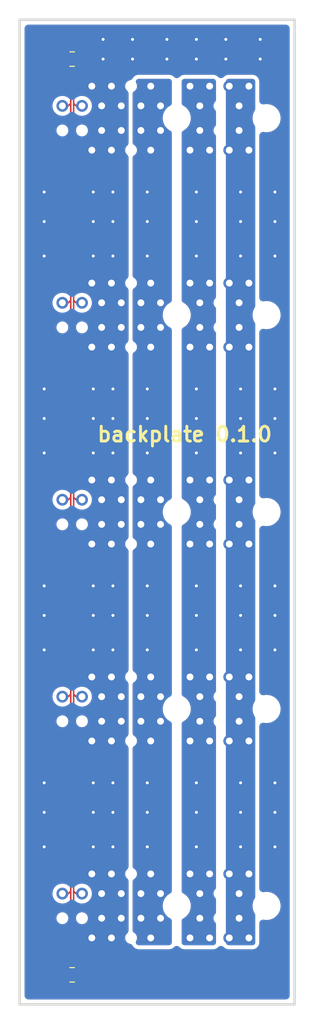
<source format=kicad_pcb>
(kicad_pcb (version 20240108) (generator "pcbnew") (generator_version "8.0")
  (layers (0 "F.Cu" signal) (31 "B.Cu" signal) (34 "B.Paste" user) (35 "F.Paste" user) (36 "B.SilkS" user "B.Silkscreen") (37 "F.SilkS" user "F.Silkscreen") (38 "B.Mask" user) (39 "F.Mask" user) (44 "Edge.Cuts" user))
  (net 0 "")
  (net 1 "+5V")
  (net 2 "GND")
  (net 3 "CANP")
  (net 4 "CANN")
  (net 5 "+7.4V")
  (net 6 "+3.3V")
  (footprint "10018784_10210TLF:AMPHENOL_10018784-10210TLF" (layer "F.Cu") (at 138 140)
    (property "Reference" "J1" (hide yes))
    (property "Value" "10018784-10210TLF" (hide yes))
    (pad "" np_thru_hole circle (at -11.65 1.25) (size 0.3 0.3) (drill 0.7) (layers "F&B.Cu" "*.Mask"))
    (pad "" np_thru_hole circle (at -9.65 1.25) (size 0.3 0.3) (drill 0.7) (layers "F&B.Cu" "*.Mask"))
    (pad "" np_thru_hole circle (at -4.65 -3.25) (size 0.3 0.3) (drill 0.7) (layers "F&B.Cu" "*.Mask"))
    (pad "" np_thru_hole circle (at -4.65 3.25) (size 0.3 0.3) (drill 0.7) (layers "F&B.Cu" "*.Mask"))
    (pad "" np_thru_hole circle (at 0 0) (size 2.35 2.35) (drill 2.35) (layers "*.Cu" "*.Mask"))
    (pad "" np_thru_hole circle (at 4.35 -1.25) (size 0.3 0.3) (drill 0.7) (layers "F&B.Cu" "*.Mask"))
    (pad "" np_thru_hole circle (at 4.35 1.25) (size 0.3 0.3) (drill 0.7) (layers "F&B.Cu" "*.Mask"))
    (pad "" np_thru_hole circle (at 9.15 0) (size 2.35 2.35) (drill 2.35) (layers "*.Cu" "*.Mask"))
    (pad "A1" thru_hole circle (at -11.65 -1.25) (size 1.208 1.208) (drill 0.7) (layers "*.Cu" "*.Mask") (net 3 "CANP"))
    (pad "A3" thru_hole circle (at -9.65 -1.25) (size 1.208 1.208) (drill 0.7) (layers "*.Cu" "*.Mask") (net 4 "CANN"))
    (pad "A4" thru_hole circle (at -8.65 -3.25) (size 1.208 1.208) (drill 0.7) (layers "*.Cu" "*.Mask") (net 2 "GND"))
    (pad "A5" thru_hole circle (at -7.65 -1.25) (size 1.208 1.208) (drill 0.7) (layers "*.Cu" "*.Mask") (net 2 "GND"))
    (pad "A6" thru_hole circle (at -6.65 -3.25) (size 1.208 1.208) (drill 0.7) (layers "*.Cu" "*.Mask") (net 2 "GND"))
    (pad "A7" thru_hole circle (at -5.65 -1.25) (size 1.208 1.208) (drill 0.7) (layers "*.Cu" "*.Mask") (net 2 "GND"))
    (pad "A9" thru_hole circle (at -3.65 -1.25) (size 1.208 1.208) (drill 0.7) (layers "*.Cu" "*.Mask") (net 6 "+3.3V"))
    (pad "A10" thru_hole circle (at -2.65 -3.25) (size 1.208 1.208) (drill 0.7) (layers "*.Cu" "*.Mask") (net 6 "+3.3V"))
    (pad "A11" thru_hole circle (at -1.65 -1.25) (size 1.208 1.208) (drill 0.7) (layers "*.Cu" "*.Mask") (net 6 "+3.3V"))
    (pad "A12" thru_hole circle (at 1.35 -3.25) (size 1.208 1.208) (drill 0.7) (layers "*.Cu" "*.Mask") (net 1 "+5V"))
    (pad "A13" thru_hole circle (at 2.35 -1.25) (size 1.208 1.208) (drill 0.7) (layers "*.Cu" "*.Mask") (net 1 "+5V"))
    (pad "A14" thru_hole circle (at 3.35 -3.25) (size 1.208 1.208) (drill 0.7) (layers "*.Cu" "*.Mask") (net 1 "+5V"))
    (pad "A16" thru_hole circle (at 5.35 -3.25) (size 1.208 1.208) (drill 0.7) (layers "*.Cu" "*.Mask") (net 5 "+7.4V"))
    (pad "A17" thru_hole circle (at 6.35 -1.25) (size 1.208 1.208) (drill 0.7) (layers "*.Cu" "*.Mask") (net 5 "+7.4V"))
    (pad "A18" thru_hole circle (at 7.35 -3.25) (size 1.208 1.208) (drill 0.7) (layers "*.Cu" "*.Mask") (net 5 "+7.4V"))
    (pad "B4" thru_hole circle (at -8.65 3.25) (size 1.208 1.208) (drill 0.7) (layers "*.Cu" "*.Mask") (net 2 "GND"))
    (pad "B5" thru_hole circle (at -7.65 1.25) (size 1.208 1.208) (drill 0.7) (layers "*.Cu" "*.Mask") (net 2 "GND"))
    (pad "B6" thru_hole circle (at -6.65 3.25) (size 1.208 1.208) (drill 0.7) (layers "*.Cu" "*.Mask") (net 2 "GND"))
    (pad "B7" thru_hole circle (at -5.65 1.25) (size 1.208 1.208) (drill 0.7) (layers "*.Cu" "*.Mask") (net 2 "GND"))
    (pad "B9" thru_hole circle (at -3.65 1.25) (size 1.208 1.208) (drill 0.7) (layers "*.Cu" "*.Mask") (net 6 "+3.3V"))
    (pad "B10" thru_hole circle (at -2.65 3.25) (size 1.208 1.208) (drill 0.7) (layers "*.Cu" "*.Mask") (net 6 "+3.3V"))
    (pad "B11" thru_hole circle (at -1.65 1.25) (size 1.208 1.208) (drill 0.7) (layers "*.Cu" "*.Mask") (net 6 "+3.3V"))
    (pad "B12" thru_hole circle (at 1.35 3.25) (size 1.208 1.208) (drill 0.7) (layers "*.Cu" "*.Mask") (net 1 "+5V"))
    (pad "B13" thru_hole circle (at 2.35 1.25) (size 1.208 1.208) (drill 0.7) (layers "*.Cu" "*.Mask") (net 1 "+5V"))
    (pad "B14" thru_hole circle (at 3.35 3.25) (size 1.208 1.208) (drill 0.7) (layers "*.Cu" "*.Mask") (net 1 "+5V"))
    (pad "B16" thru_hole circle (at 5.35 3.25) (size 1.208 1.208) (drill 0.7) (layers "*.Cu" "*.Mask") (net 5 "+7.4V"))
    (pad "B17" thru_hole circle (at 6.35 1.25) (size 1.208 1.208) (drill 0.7) (layers "*.Cu" "*.Mask") (net 5 "+7.4V"))
    (pad "B18" thru_hole circle (at 7.35 3.25) (size 1.208 1.208) (drill 0.7) (layers "*.Cu" "*.Mask") (net 5 "+7.4V"))
  )
  (footprint "10018784_10210TLF:AMPHENOL_10018784-10210TLF" (layer "F.Cu") (at 138 60)
    (property "Reference" "J1" (hide yes))
    (property "Value" "10018784-10210TLF" (hide yes))
    (pad "" np_thru_hole circle (at -11.65 1.25) (size 0.3 0.3) (drill 0.7) (layers "F&B.Cu" "*.Mask"))
    (pad "" np_thru_hole circle (at -9.65 1.25) (size 0.3 0.3) (drill 0.7) (layers "F&B.Cu" "*.Mask"))
    (pad "" np_thru_hole circle (at -4.65 -3.25) (size 0.3 0.3) (drill 0.7) (layers "F&B.Cu" "*.Mask"))
    (pad "" np_thru_hole circle (at -4.65 3.25) (size 0.3 0.3) (drill 0.7) (layers "F&B.Cu" "*.Mask"))
    (pad "" np_thru_hole circle (at 0 0) (size 2.35 2.35) (drill 2.35) (layers "*.Cu" "*.Mask"))
    (pad "" np_thru_hole circle (at 4.35 -1.25) (size 0.3 0.3) (drill 0.7) (layers "F&B.Cu" "*.Mask"))
    (pad "" np_thru_hole circle (at 4.35 1.25) (size 0.3 0.3) (drill 0.7) (layers "F&B.Cu" "*.Mask"))
    (pad "" np_thru_hole circle (at 9.15 0) (size 2.35 2.35) (drill 2.35) (layers "*.Cu" "*.Mask"))
    (pad "A1" thru_hole circle (at -11.65 -1.25) (size 1.208 1.208) (drill 0.7) (layers "*.Cu" "*.Mask") (net 3 "CANP"))
    (pad "A3" thru_hole circle (at -9.65 -1.25) (size 1.208 1.208) (drill 0.7) (layers "*.Cu" "*.Mask") (net 4 "CANN"))
    (pad "A4" thru_hole circle (at -8.65 -3.25) (size 1.208 1.208) (drill 0.7) (layers "*.Cu" "*.Mask") (net 2 "GND"))
    (pad "A5" thru_hole circle (at -7.65 -1.25) (size 1.208 1.208) (drill 0.7) (layers "*.Cu" "*.Mask") (net 2 "GND"))
    (pad "A6" thru_hole circle (at -6.65 -3.25) (size 1.208 1.208) (drill 0.7) (layers "*.Cu" "*.Mask") (net 2 "GND"))
    (pad "A7" thru_hole circle (at -5.65 -1.25) (size 1.208 1.208) (drill 0.7) (layers "*.Cu" "*.Mask") (net 2 "GND"))
    (pad "A9" thru_hole circle (at -3.65 -1.25) (size 1.208 1.208) (drill 0.7) (layers "*.Cu" "*.Mask") (net 6 "+3.3V"))
    (pad "A10" thru_hole circle (at -2.65 -3.25) (size 1.208 1.208) (drill 0.7) (layers "*.Cu" "*.Mask") (net 6 "+3.3V"))
    (pad "A11" thru_hole circle (at -1.65 -1.25) (size 1.208 1.208) (drill 0.7) (layers "*.Cu" "*.Mask") (net 6 "+3.3V"))
    (pad "A12" thru_hole circle (at 1.35 -3.25) (size 1.208 1.208) (drill 0.7) (layers "*.Cu" "*.Mask") (net 1 "+5V"))
    (pad "A13" thru_hole circle (at 2.35 -1.25) (size 1.208 1.208) (drill 0.7) (layers "*.Cu" "*.Mask") (net 1 "+5V"))
    (pad "A14" thru_hole circle (at 3.35 -3.25) (size 1.208 1.208) (drill 0.7) (layers "*.Cu" "*.Mask") (net 1 "+5V"))
    (pad "A16" thru_hole circle (at 5.35 -3.25) (size 1.208 1.208) (drill 0.7) (layers "*.Cu" "*.Mask") (net 5 "+7.4V"))
    (pad "A17" thru_hole circle (at 6.35 -1.25) (size 1.208 1.208) (drill 0.7) (layers "*.Cu" "*.Mask") (net 5 "+7.4V"))
    (pad "A18" thru_hole circle (at 7.35 -3.25) (size 1.208 1.208) (drill 0.7) (layers "*.Cu" "*.Mask") (net 5 "+7.4V"))
    (pad "B4" thru_hole circle (at -8.65 3.25) (size 1.208 1.208) (drill 0.7) (layers "*.Cu" "*.Mask") (net 2 "GND"))
    (pad "B5" thru_hole circle (at -7.65 1.25) (size 1.208 1.208) (drill 0.7) (layers "*.Cu" "*.Mask") (net 2 "GND"))
    (pad "B6" thru_hole circle (at -6.65 3.25) (size 1.208 1.208) (drill 0.7) (layers "*.Cu" "*.Mask") (net 2 "GND"))
    (pad "B7" thru_hole circle (at -5.65 1.25) (size 1.208 1.208) (drill 0.7) (layers "*.Cu" "*.Mask") (net 2 "GND"))
    (pad "B9" thru_hole circle (at -3.65 1.25) (size 1.208 1.208) (drill 0.7) (layers "*.Cu" "*.Mask") (net 6 "+3.3V"))
    (pad "B10" thru_hole circle (at -2.65 3.25) (size 1.208 1.208) (drill 0.7) (layers "*.Cu" "*.Mask") (net 6 "+3.3V"))
    (pad "B11" thru_hole circle (at -1.65 1.25) (size 1.208 1.208) (drill 0.7) (layers "*.Cu" "*.Mask") (net 6 "+3.3V"))
    (pad "B12" thru_hole circle (at 1.35 3.25) (size 1.208 1.208) (drill 0.7) (layers "*.Cu" "*.Mask") (net 1 "+5V"))
    (pad "B13" thru_hole circle (at 2.35 1.25) (size 1.208 1.208) (drill 0.7) (layers "*.Cu" "*.Mask") (net 1 "+5V"))
    (pad "B14" thru_hole circle (at 3.35 3.25) (size 1.208 1.208) (drill 0.7) (layers "*.Cu" "*.Mask") (net 1 "+5V"))
    (pad "B16" thru_hole circle (at 5.35 3.25) (size 1.208 1.208) (drill 0.7) (layers "*.Cu" "*.Mask") (net 5 "+7.4V"))
    (pad "B17" thru_hole circle (at 6.35 1.25) (size 1.208 1.208) (drill 0.7) (layers "*.Cu" "*.Mask") (net 5 "+7.4V"))
    (pad "B18" thru_hole circle (at 7.35 3.25) (size 1.208 1.208) (drill 0.7) (layers "*.Cu" "*.Mask") (net 5 "+7.4V"))
  )
  (footprint "10018784_10210TLF:AMPHENOL_10018784-10210TLF" (layer "F.Cu") (at 138 80)
    (property "Reference" "J1" (hide yes))
    (property "Value" "10018784-10210TLF" (hide yes))
    (pad "" np_thru_hole circle (at -11.65 1.25) (size 0.3 0.3) (drill 0.7) (layers "F&B.Cu" "*.Mask"))
    (pad "" np_thru_hole circle (at -9.65 1.25) (size 0.3 0.3) (drill 0.7) (layers "F&B.Cu" "*.Mask"))
    (pad "" np_thru_hole circle (at -4.65 -3.25) (size 0.3 0.3) (drill 0.7) (layers "F&B.Cu" "*.Mask"))
    (pad "" np_thru_hole circle (at -4.65 3.25) (size 0.3 0.3) (drill 0.7) (layers "F&B.Cu" "*.Mask"))
    (pad "" np_thru_hole circle (at 0 0) (size 2.35 2.35) (drill 2.35) (layers "*.Cu" "*.Mask"))
    (pad "" np_thru_hole circle (at 4.35 -1.25) (size 0.3 0.3) (drill 0.7) (layers "F&B.Cu" "*.Mask"))
    (pad "" np_thru_hole circle (at 4.35 1.25) (size 0.3 0.3) (drill 0.7) (layers "F&B.Cu" "*.Mask"))
    (pad "" np_thru_hole circle (at 9.15 0) (size 2.35 2.35) (drill 2.35) (layers "*.Cu" "*.Mask"))
    (pad "A1" thru_hole circle (at -11.65 -1.25) (size 1.208 1.208) (drill 0.7) (layers "*.Cu" "*.Mask") (net 3 "CANP"))
    (pad "A3" thru_hole circle (at -9.65 -1.25) (size 1.208 1.208) (drill 0.7) (layers "*.Cu" "*.Mask") (net 4 "CANN"))
    (pad "A4" thru_hole circle (at -8.65 -3.25) (size 1.208 1.208) (drill 0.7) (layers "*.Cu" "*.Mask") (net 2 "GND"))
    (pad "A5" thru_hole circle (at -7.65 -1.25) (size 1.208 1.208) (drill 0.7) (layers "*.Cu" "*.Mask") (net 2 "GND"))
    (pad "A6" thru_hole circle (at -6.65 -3.25) (size 1.208 1.208) (drill 0.7) (layers "*.Cu" "*.Mask") (net 2 "GND"))
    (pad "A7" thru_hole circle (at -5.65 -1.25) (size 1.208 1.208) (drill 0.7) (layers "*.Cu" "*.Mask") (net 2 "GND"))
    (pad "A9" thru_hole circle (at -3.65 -1.25) (size 1.208 1.208) (drill 0.7) (layers "*.Cu" "*.Mask") (net 6 "+3.3V"))
    (pad "A10" thru_hole circle (at -2.65 -3.25) (size 1.208 1.208) (drill 0.7) (layers "*.Cu" "*.Mask") (net 6 "+3.3V"))
    (pad "A11" thru_hole circle (at -1.65 -1.25) (size 1.208 1.208) (drill 0.7) (layers "*.Cu" "*.Mask") (net 6 "+3.3V"))
    (pad "A12" thru_hole circle (at 1.35 -3.25) (size 1.208 1.208) (drill 0.7) (layers "*.Cu" "*.Mask") (net 1 "+5V"))
    (pad "A13" thru_hole circle (at 2.35 -1.25) (size 1.208 1.208) (drill 0.7) (layers "*.Cu" "*.Mask") (net 1 "+5V"))
    (pad "A14" thru_hole circle (at 3.35 -3.25) (size 1.208 1.208) (drill 0.7) (layers "*.Cu" "*.Mask") (net 1 "+5V"))
    (pad "A16" thru_hole circle (at 5.35 -3.25) (size 1.208 1.208) (drill 0.7) (layers "*.Cu" "*.Mask") (net 5 "+7.4V"))
    (pad "A17" thru_hole circle (at 6.35 -1.25) (size 1.208 1.208) (drill 0.7) (layers "*.Cu" "*.Mask") (net 5 "+7.4V"))
    (pad "A18" thru_hole circle (at 7.35 -3.25) (size 1.208 1.208) (drill 0.7) (layers "*.Cu" "*.Mask") (net 5 "+7.4V"))
    (pad "B4" thru_hole circle (at -8.65 3.25) (size 1.208 1.208) (drill 0.7) (layers "*.Cu" "*.Mask") (net 2 "GND"))
    (pad "B5" thru_hole circle (at -7.65 1.25) (size 1.208 1.208) (drill 0.7) (layers "*.Cu" "*.Mask") (net 2 "GND"))
    (pad "B6" thru_hole circle (at -6.65 3.25) (size 1.208 1.208) (drill 0.7) (layers "*.Cu" "*.Mask") (net 2 "GND"))
    (pad "B7" thru_hole circle (at -5.65 1.25) (size 1.208 1.208) (drill 0.7) (layers "*.Cu" "*.Mask") (net 2 "GND"))
    (pad "B9" thru_hole circle (at -3.65 1.25) (size 1.208 1.208) (drill 0.7) (layers "*.Cu" "*.Mask") (net 6 "+3.3V"))
    (pad "B10" thru_hole circle (at -2.65 3.25) (size 1.208 1.208) (drill 0.7) (layers "*.Cu" "*.Mask") (net 6 "+3.3V"))
    (pad "B11" thru_hole circle (at -1.65 1.25) (size 1.208 1.208) (drill 0.7) (layers "*.Cu" "*.Mask") (net 6 "+3.3V"))
    (pad "B12" thru_hole circle (at 1.35 3.25) (size 1.208 1.208) (drill 0.7) (layers "*.Cu" "*.Mask") (net 1 "+5V"))
    (pad "B13" thru_hole circle (at 2.35 1.25) (size 1.208 1.208) (drill 0.7) (layers "*.Cu" "*.Mask") (net 1 "+5V"))
    (pad "B14" thru_hole circle (at 3.35 3.25) (size 1.208 1.208) (drill 0.7) (layers "*.Cu" "*.Mask") (net 1 "+5V"))
    (pad "B16" thru_hole circle (at 5.35 3.25) (size 1.208 1.208) (drill 0.7) (layers "*.Cu" "*.Mask") (net 5 "+7.4V"))
    (pad "B17" thru_hole circle (at 6.35 1.25) (size 1.208 1.208) (drill 0.7) (layers "*.Cu" "*.Mask") (net 5 "+7.4V"))
    (pad "B18" thru_hole circle (at 7.35 3.25) (size 1.208 1.208) (drill 0.7) (layers "*.Cu" "*.Mask") (net 5 "+7.4V"))
  )
  (footprint "Resistor_SMD:R_0805_2012Metric" (layer "F.Cu") (at 127.35 147)
    (property "Reference" "R2" (hide yes))
    (property "Value" "120" (hide yes))
    (fp_line (start -0.227064 -0.735) (end 0.227064 -0.735) (stroke (width 0.12)) (layer "F.SilkS"))
    (fp_line (start -0.227064 0.735) (end 0.227064 0.735) (stroke (width 0.12)) (layer "F.SilkS"))
    (pad "1" smd roundrect (at -0.9125 0) (size 1.025 1.4) (layers "F.Cu" "F.Paste" "F.Mask") (roundrect_rratio 0.243902) (net 3 "CANP"))
    (pad "2" smd roundrect (at 0.9125 0) (size 1.025 1.4) (layers "F.Cu" "F.Paste" "F.Mask") (roundrect_rratio 0.243902) (net 4 "CANN"))
  )
  (footprint "10018784_10210TLF:AMPHENOL_10018784-10210TLF" (layer "F.Cu") (at 138 120)
    (property "Reference" "J1" (hide yes))
    (property "Value" "10018784-10210TLF" (hide yes))
    (pad "" np_thru_hole circle (at -11.65 1.25) (size 0.3 0.3) (drill 0.7) (layers "F&B.Cu" "*.Mask"))
    (pad "" np_thru_hole circle (at -9.65 1.25) (size 0.3 0.3) (drill 0.7) (layers "F&B.Cu" "*.Mask"))
    (pad "" np_thru_hole circle (at -4.65 -3.25) (size 0.3 0.3) (drill 0.7) (layers "F&B.Cu" "*.Mask"))
    (pad "" np_thru_hole circle (at -4.65 3.25) (size 0.3 0.3) (drill 0.7) (layers "F&B.Cu" "*.Mask"))
    (pad "" np_thru_hole circle (at 0 0) (size 2.35 2.35) (drill 2.35) (layers "*.Cu" "*.Mask"))
    (pad "" np_thru_hole circle (at 4.35 -1.25) (size 0.3 0.3) (drill 0.7) (layers "F&B.Cu" "*.Mask"))
    (pad "" np_thru_hole circle (at 4.35 1.25) (size 0.3 0.3) (drill 0.7) (layers "F&B.Cu" "*.Mask"))
    (pad "" np_thru_hole circle (at 9.15 0) (size 2.35 2.35) (drill 2.35) (layers "*.Cu" "*.Mask"))
    (pad "A1" thru_hole circle (at -11.65 -1.25) (size 1.208 1.208) (drill 0.7) (layers "*.Cu" "*.Mask") (net 3 "CANP"))
    (pad "A3" thru_hole circle (at -9.65 -1.25) (size 1.208 1.208) (drill 0.7) (layers "*.Cu" "*.Mask") (net 4 "CANN"))
    (pad "A4" thru_hole circle (at -8.65 -3.25) (size 1.208 1.208) (drill 0.7) (layers "*.Cu" "*.Mask") (net 2 "GND"))
    (pad "A5" thru_hole circle (at -7.65 -1.25) (size 1.208 1.208) (drill 0.7) (layers "*.Cu" "*.Mask") (net 2 "GND"))
    (pad "A6" thru_hole circle (at -6.65 -3.25) (size 1.208 1.208) (drill 0.7) (layers "*.Cu" "*.Mask") (net 2 "GND"))
    (pad "A7" thru_hole circle (at -5.65 -1.25) (size 1.208 1.208) (drill 0.7) (layers "*.Cu" "*.Mask") (net 2 "GND"))
    (pad "A9" thru_hole circle (at -3.65 -1.25) (size 1.208 1.208) (drill 0.7) (layers "*.Cu" "*.Mask") (net 6 "+3.3V"))
    (pad "A10" thru_hole circle (at -2.65 -3.25) (size 1.208 1.208) (drill 0.7) (layers "*.Cu" "*.Mask") (net 6 "+3.3V"))
    (pad "A11" thru_hole circle (at -1.65 -1.25) (size 1.208 1.208) (drill 0.7) (layers "*.Cu" "*.Mask") (net 6 "+3.3V"))
    (pad "A12" thru_hole circle (at 1.35 -3.25) (size 1.208 1.208) (drill 0.7) (layers "*.Cu" "*.Mask") (net 1 "+5V"))
    (pad "A13" thru_hole circle (at 2.35 -1.25) (size 1.208 1.208) (drill 0.7) (layers "*.Cu" "*.Mask") (net 1 "+5V"))
    (pad "A14" thru_hole circle (at 3.35 -3.25) (size 1.208 1.208) (drill 0.7) (layers "*.Cu" "*.Mask") (net 1 "+5V"))
    (pad "A16" thru_hole circle (at 5.35 -3.25) (size 1.208 1.208) (drill 0.7) (layers "*.Cu" "*.Mask") (net 5 "+7.4V"))
    (pad "A17" thru_hole circle (at 6.35 -1.25) (size 1.208 1.208) (drill 0.7) (layers "*.Cu" "*.Mask") (net 5 "+7.4V"))
    (pad "A18" thru_hole circle (at 7.35 -3.25) (size 1.208 1.208) (drill 0.7) (layers "*.Cu" "*.Mask") (net 5 "+7.4V"))
    (pad "B4" thru_hole circle (at -8.65 3.25) (size 1.208 1.208) (drill 0.7) (layers "*.Cu" "*.Mask") (net 2 "GND"))
    (pad "B5" thru_hole circle (at -7.65 1.25) (size 1.208 1.208) (drill 0.7) (layers "*.Cu" "*.Mask") (net 2 "GND"))
    (pad "B6" thru_hole circle (at -6.65 3.25) (size 1.208 1.208) (drill 0.7) (layers "*.Cu" "*.Mask") (net 2 "GND"))
    (pad "B7" thru_hole circle (at -5.65 1.25) (size 1.208 1.208) (drill 0.7) (layers "*.Cu" "*.Mask") (net 2 "GND"))
    (pad "B9" thru_hole circle (at -3.65 1.25) (size 1.208 1.208) (drill 0.7) (layers "*.Cu" "*.Mask") (net 6 "+3.3V"))
    (pad "B10" thru_hole circle (at -2.65 3.25) (size 1.208 1.208) (drill 0.7) (layers "*.Cu" "*.Mask") (net 6 "+3.3V"))
    (pad "B11" thru_hole circle (at -1.65 1.25) (size 1.208 1.208) (drill 0.7) (layers "*.Cu" "*.Mask") (net 6 "+3.3V"))
    (pad "B12" thru_hole circle (at 1.35 3.25) (size 1.208 1.208) (drill 0.7) (layers "*.Cu" "*.Mask") (net 1 "+5V"))
    (pad "B13" thru_hole circle (at 2.35 1.25) (size 1.208 1.208) (drill 0.7) (layers "*.Cu" "*.Mask") (net 1 "+5V"))
    (pad "B14" thru_hole circle (at 3.35 3.25) (size 1.208 1.208) (drill 0.7) (layers "*.Cu" "*.Mask") (net 1 "+5V"))
    (pad "B16" thru_hole circle (at 5.35 3.25) (size 1.208 1.208) (drill 0.7) (layers "*.Cu" "*.Mask") (net 5 "+7.4V"))
    (pad "B17" thru_hole circle (at 6.35 1.25) (size 1.208 1.208) (drill 0.7) (layers "*.Cu" "*.Mask") (net 5 "+7.4V"))
    (pad "B18" thru_hole circle (at 7.35 3.25) (size 1.208 1.208) (drill 0.7) (layers "*.Cu" "*.Mask") (net 5 "+7.4V"))
  )
  (footprint "10018784_10210TLF:AMPHENOL_10018784-10210TLF" (layer "F.Cu") (at 138 100)
    (property "Reference" "J1" (hide yes))
    (property "Value" "10018784-10210TLF" (hide yes))
    (pad "" np_thru_hole circle (at -11.65 1.25) (size 0.3 0.3) (drill 0.7) (layers "F&B.Cu" "*.Mask"))
    (pad "" np_thru_hole circle (at -9.65 1.25) (size 0.3 0.3) (drill 0.7) (layers "F&B.Cu" "*.Mask"))
    (pad "" np_thru_hole circle (at -4.65 -3.25) (size 0.3 0.3) (drill 0.7) (layers "F&B.Cu" "*.Mask"))
    (pad "" np_thru_hole circle (at -4.65 3.25) (size 0.3 0.3) (drill 0.7) (layers "F&B.Cu" "*.Mask"))
    (pad "" np_thru_hole circle (at 0 0) (size 2.35 2.35) (drill 2.35) (layers "*.Cu" "*.Mask"))
    (pad "" np_thru_hole circle (at 4.35 -1.25) (size 0.3 0.3) (drill 0.7) (layers "F&B.Cu" "*.Mask"))
    (pad "" np_thru_hole circle (at 4.35 1.25) (size 0.3 0.3) (drill 0.7) (layers "F&B.Cu" "*.Mask"))
    (pad "" np_thru_hole circle (at 9.15 0) (size 2.35 2.35) (drill 2.35) (layers "*.Cu" "*.Mask"))
    (pad "A1" thru_hole circle (at -11.65 -1.25) (size 1.208 1.208) (drill 0.7) (layers "*.Cu" "*.Mask") (net 3 "CANP"))
    (pad "A3" thru_hole circle (at -9.65 -1.25) (size 1.208 1.208) (drill 0.7) (layers "*.Cu" "*.Mask") (net 4 "CANN"))
    (pad "A4" thru_hole circle (at -8.65 -3.25) (size 1.208 1.208) (drill 0.7) (layers "*.Cu" "*.Mask") (net 2 "GND"))
    (pad "A5" thru_hole circle (at -7.65 -1.25) (size 1.208 1.208) (drill 0.7) (layers "*.Cu" "*.Mask") (net 2 "GND"))
    (pad "A6" thru_hole circle (at -6.65 -3.25) (size 1.208 1.208) (drill 0.7) (layers "*.Cu" "*.Mask") (net 2 "GND"))
    (pad "A7" thru_hole circle (at -5.65 -1.25) (size 1.208 1.208) (drill 0.7) (layers "*.Cu" "*.Mask") (net 2 "GND"))
    (pad "A9" thru_hole circle (at -3.65 -1.25) (size 1.208 1.208) (drill 0.7) (layers "*.Cu" "*.Mask") (net 6 "+3.3V"))
    (pad "A10" thru_hole circle (at -2.65 -3.25) (size 1.208 1.208) (drill 0.7) (layers "*.Cu" "*.Mask") (net 6 "+3.3V"))
    (pad "A11" thru_hole circle (at -1.65 -1.25) (size 1.208 1.208) (drill 0.7) (layers "*.Cu" "*.Mask") (net 6 "+3.3V"))
    (pad "A12" thru_hole circle (at 1.35 -3.25) (size 1.208 1.208) (drill 0.7) (layers "*.Cu" "*.Mask") (net 1 "+5V"))
    (pad "A13" thru_hole circle (at 2.35 -1.25) (size 1.208 1.208) (drill 0.7) (layers "*.Cu" "*.Mask") (net 1 "+5V"))
    (pad "A14" thru_hole circle (at 3.35 -3.25) (size 1.208 1.208) (drill 0.7) (layers "*.Cu" "*.Mask") (net 1 "+5V"))
    (pad "A16" thru_hole circle (at 5.35 -3.25) (size 1.208 1.208) (drill 0.7) (layers "*.Cu" "*.Mask") (net 5 "+7.4V"))
    (pad "A17" thru_hole circle (at 6.35 -1.25) (size 1.208 1.208) (drill 0.7) (layers "*.Cu" "*.Mask") (net 5 "+7.4V"))
    (pad "A18" thru_hole circle (at 7.35 -3.25) (size 1.208 1.208) (drill 0.7) (layers "*.Cu" "*.Mask") (net 5 "+7.4V"))
    (pad "B4" thru_hole circle (at -8.65 3.25) (size 1.208 1.208) (drill 0.7) (layers "*.Cu" "*.Mask") (net 2 "GND"))
    (pad "B5" thru_hole circle (at -7.65 1.25) (size 1.208 1.208) (drill 0.7) (layers "*.Cu" "*.Mask") (net 2 "GND"))
    (pad "B6" thru_hole circle (at -6.65 3.25) (size 1.208 1.208) (drill 0.7) (layers "*.Cu" "*.Mask") (net 2 "GND"))
    (pad "B7" thru_hole circle (at -5.65 1.25) (size 1.208 1.208) (drill 0.7) (layers "*.Cu" "*.Mask") (net 2 "GND"))
    (pad "B9" thru_hole circle (at -3.65 1.25) (size 1.208 1.208) (drill 0.7) (layers "*.Cu" "*.Mask") (net 6 "+3.3V"))
    (pad "B10" thru_hole circle (at -2.65 3.25) (size 1.208 1.208) (drill 0.7) (layers "*.Cu" "*.Mask") (net 6 "+3.3V"))
    (pad "B11" thru_hole circle (at -1.65 1.25) (size 1.208 1.208) (drill 0.7) (layers "*.Cu" "*.Mask") (net 6 "+3.3V"))
    (pad "B12" thru_hole circle (at 1.35 3.25) (size 1.208 1.208) (drill 0.7) (layers "*.Cu" "*.Mask") (net 1 "+5V"))
    (pad "B13" thru_hole circle (at 2.35 1.25) (size 1.208 1.208) (drill 0.7) (layers "*.Cu" "*.Mask") (net 1 "+5V"))
    (pad "B14" thru_hole circle (at 3.35 3.25) (size 1.208 1.208) (drill 0.7) (layers "*.Cu" "*.Mask") (net 1 "+5V"))
    (pad "B16" thru_hole circle (at 5.35 3.25) (size 1.208 1.208) (drill 0.7) (layers "*.Cu" "*.Mask") (net 5 "+7.4V"))
    (pad "B17" thru_hole circle (at 6.35 1.25) (size 1.208 1.208) (drill 0.7) (layers "*.Cu" "*.Mask") (net 5 "+7.4V"))
    (pad "B18" thru_hole circle (at 7.35 3.25) (size 1.208 1.208) (drill 0.7) (layers "*.Cu" "*.Mask") (net 5 "+7.4V"))
  )
  (footprint "Resistor_SMD:R_0805_2012Metric" (layer "F.Cu") (at 127.35 54)
    (property "Reference" "R1" (hide yes))
    (property "Value" "120" (hide yes))
    (fp_line (start -0.227064 -0.735) (end 0.227064 -0.735) (stroke (width 0.12)) (layer "F.SilkS"))
    (fp_line (start -0.227064 0.735) (end 0.227064 0.735) (stroke (width 0.12)) (layer "F.SilkS"))
    (pad "1" smd roundrect (at -0.9125 0) (size 1.025 1.4) (layers "F.Cu" "F.Paste" "F.Mask") (roundrect_rratio 0.243902) (net 3 "CANP"))
    (pad "2" smd roundrect (at 0.9125 0) (size 1.025 1.4) (layers "F.Cu" "F.Paste" "F.Mask") (roundrect_rratio 0.243902) (net 4 "CANN"))
  )
  (gr_line (start 122 50) (end 150 50) (stroke (width 0.25)) (layer "Edge.Cuts"))
  (gr_line (start 122 150) (end 122 50) (stroke (width 0.25)) (layer "Edge.Cuts"))
  (gr_line (start 150 150) (end 150 50) (stroke (width 0.25)) (layer "Edge.Cuts"))
  (gr_line (start 122 150) (end 150 150) (stroke (width 0.25)) (layer "Edge.Cuts"))
  (gr_text "backplate 0.1.0" (at 129.757105 92.989552 0) (layer "F.SilkS") (effects (font (size 1.5 1.5) (thickness 0.3) (bold yes)) (justify left bottom)))
  (via (at 140 67.5) (size 0.4) (drill 0.3) (layers "F.Cu" "B.Cu") (net 1))
  (via (at 140 130.5) (size 0.4) (drill 0.3) (layers "F.Cu" "B.Cu") (net 1))
  (via (at 140 70.5) (size 0.4) (drill 0.3) (layers "F.Cu" "B.Cu") (net 1))
  (via (at 140 134) (size 0.4) (drill 0.3) (layers "F.Cu" "B.Cu") (net 1))
  (via (at 140 114) (size 0.4) (drill 0.3) (layers "F.Cu" "B.Cu") (net 1))
  (via (at 140 87.5) (size 0.4) (drill 0.3) (layers "F.Cu" "B.Cu") (net 1))
  (via (at 140 94) (size 0.4) (drill 0.3) (layers "F.Cu" "B.Cu") (net 1))
  (via (at 140 110.5) (size 0.4) (drill 0.3) (layers "F.Cu" "B.Cu") (net 1))
  (via (at 140 107.5) (size 0.4) (drill 0.3) (layers "F.Cu" "B.Cu") (net 1))
  (via (at 140 90.5) (size 0.4) (drill 0.3) (layers "F.Cu" "B.Cu") (net 1))
  (via (at 140 74) (size 0.4) (drill 0.3) (layers "F.Cu" "B.Cu") (net 1))
  (via (at 140 127.5) (size 0.4) (drill 0.3) (layers "F.Cu" "B.Cu") (net 1))
  (via (at 137 54) (size 0.4) (drill 0.3) (layers "F.Cu" "B.Cu") (net 2))
  (via (at 143 52) (size 0.4) (drill 0.3) (layers "F.Cu" "B.Cu") (net 2))
  (via (at 129.5 74) (size 0.4) (drill 0.3) (layers "F.Cu" "B.Cu") (net 2))
  (via (at 129.5 67.5) (size 0.4) (drill 0.3) (layers "F.Cu" "B.Cu") (net 2))
  (via (at 131.5 130.5) (size 0.4) (drill 0.3) (layers "F.Cu" "B.Cu") (net 2))
  (via (at 148 130.5) (size 0.4) (drill 0.3) (layers "F.Cu" "B.Cu") (net 2))
  (via (at 131.5 127.5) (size 0.4) (drill 0.3) (layers "F.Cu" "B.Cu") (net 2))
  (via (at 124.5 130.5) (size 0.4) (drill 0.3) (layers "F.Cu" "B.Cu") (net 2))
  (via (at 148 70.5) (size 0.4) (drill 0.3) (layers "F.Cu" "B.Cu") (net 2))
  (via (at 124.5 74) (size 0.4) (drill 0.3) (layers "F.Cu" "B.Cu") (net 2))
  (via (at 148 90.5) (size 0.4) (drill 0.3) (layers "F.Cu" "B.Cu") (net 2))
  (via (at 131.5 134) (size 0.4) (drill 0.3) (layers "F.Cu" "B.Cu") (net 2))
  (via (at 133.5 52) (size 0.4) (drill 0.3) (layers "F.Cu" "B.Cu") (net 2))
  (via (at 148 74) (size 0.4) (drill 0.3) (layers "F.Cu" "B.Cu") (net 2))
  (via (at 124.5 70.5) (size 0.4) (drill 0.3) (layers "F.Cu" "B.Cu") (net 2))
  (via (at 131.5 74) (size 0.4) (drill 0.3) (layers "F.Cu" "B.Cu") (net 2))
  (via (at 148 110.5) (size 0.4) (drill 0.3) (layers "F.Cu" "B.Cu") (net 2))
  (via (at 124.5 127.5) (size 0.4) (drill 0.3) (layers "F.Cu" "B.Cu") (net 2))
  (via (at 129.5 127.5) (size 0.4) (drill 0.3) (layers "F.Cu" "B.Cu") (net 2))
  (via (at 131.5 94) (size 0.4) (drill 0.3) (layers "F.Cu" "B.Cu") (net 2))
  (via (at 131.5 90.5) (size 0.4) (drill 0.3) (layers "F.Cu" "B.Cu") (net 2))
  (via (at 148 94) (size 0.4) (drill 0.3) (layers "F.Cu" "B.Cu") (net 2))
  (via (at 129.5 87.5) (size 0.4) (drill 0.3) (layers "F.Cu" "B.Cu") (net 2))
  (via (at 146.5 54) (size 0.4) (drill 0.3) (layers "F.Cu" "B.Cu") (net 2))
  (via (at 131.5 70.5) (size 0.4) (drill 0.3) (layers "F.Cu" "B.Cu") (net 2))
  (via (at 140 52) (size 0.4) (drill 0.3) (layers "F.Cu" "B.Cu") (net 2))
  (via (at 129.5 94) (size 0.4) (drill 0.3) (layers "F.Cu" "B.Cu") (net 2))
  (via (at 148 134) (size 0.4) (drill 0.3) (layers "F.Cu" "B.Cu") (net 2))
  (via (at 130.5 54) (size 0.4) (drill 0.3) (layers "F.Cu" "B.Cu") (net 2))
  (via (at 124.5 87.5) (size 0.4) (drill 0.3) (layers "F.Cu" "B.Cu") (net 2))
  (via (at 124.5 67.5) (size 0.4) (drill 0.3) (layers "F.Cu" "B.Cu") (net 2))
  (via (at 133.5 54) (size 0.4) (drill 0.3) (layers "F.Cu" "B.Cu") (net 2))
  (via (at 148 87.5) (size 0.4) (drill 0.3) (layers "F.Cu" "B.Cu") (net 2))
  (via (at 140 54) (size 0.4) (drill 0.3) (layers "F.Cu" "B.Cu") (net 2))
  (via (at 131.5 114) (size 0.4) (drill 0.3) (layers "F.Cu" "B.Cu") (net 2))
  (via (at 131.5 87.5) (size 0.4) (drill 0.3) (layers "F.Cu" "B.Cu") (net 2))
  (via (at 130.5 52) (size 0.4) (drill 0.3) (layers "F.Cu" "B.Cu") (net 2))
  (via (at 124.5 134) (size 0.4) (drill 0.3) (layers "F.Cu" "B.Cu") (net 2))
  (via (at 131.5 67.5) (size 0.4) (drill 0.3) (layers "F.Cu" "B.Cu") (net 2))
  (via (at 129.5 134) (size 0.4) (drill 0.3) (layers "F.Cu" "B.Cu") (net 2))
  (via (at 129.5 114) (size 0.4) (drill 0.3) (layers "F.Cu" "B.Cu") (net 2))
  (via (at 124.5 90.5) (size 0.4) (drill 0.3) (layers "F.Cu" "B.Cu") (net 2))
  (via (at 148 67.5) (size 0.4) (drill 0.3) (layers "F.Cu" "B.Cu") (net 2))
  (via (at 129.5 110.5) (size 0.4) (drill 0.3) (layers "F.Cu" "B.Cu") (net 2))
  (via (at 131.5 110.5) (size 0.4) (drill 0.3) (layers "F.Cu" "B.Cu") (net 2))
  (via (at 129.5 130.5) (size 0.4) (drill 0.3) (layers "F.Cu" "B.Cu") (net 2))
  (via (at 124.5 110.5) (size 0.4) (drill 0.3) (layers "F.Cu" "B.Cu") (net 2))
  (via (at 124.5 94) (size 0.4) (drill 0.3) (layers "F.Cu" "B.Cu") (net 2))
  (via (at 124.5 114) (size 0.4) (drill 0.3) (layers "F.Cu" "B.Cu") (net 2))
  (via (at 143 54) (size 0.4) (drill 0.3) (layers "F.Cu" "B.Cu") (net 2))
  (via (at 148 107.5) (size 0.4) (drill 0.3) (layers "F.Cu" "B.Cu") (net 2))
  (via (at 129.5 70.5) (size 0.4) (drill 0.3) (layers "F.Cu" "B.Cu") (net 2))
  (via (at 129.5 107.5) (size 0.4) (drill 0.3) (layers "F.Cu" "B.Cu") (net 2))
  (via (at 129.5 90.5) (size 0.4) (drill 0.3) (layers "F.Cu" "B.Cu") (net 2))
  (via (at 131.5 107.5) (size 0.4) (drill 0.3) (layers "F.Cu" "B.Cu") (net 2))
  (via (at 137 52) (size 0.4) (drill 0.3) (layers "F.Cu" "B.Cu") (net 2))
  (via (at 124.5 107.5) (size 0.4) (drill 0.3) (layers "F.Cu" "B.Cu") (net 2))
  (via (at 148 127.5) (size 0.4) (drill 0.3) (layers "F.Cu" "B.Cu") (net 2))
  (via (at 148 114) (size 0.4) (drill 0.3) (layers "F.Cu" "B.Cu") (net 2))
  (via (at 146.5 52) (size 0.4) (drill 0.3) (layers "F.Cu" "B.Cu") (net 2))
  (segment (start 126.35 118.75) (end 126.9537 118.75) (width 0.16) (layer "F.Cu") (net 3))
  (segment (start 126.9537 118.75) (end 127.2037 118.5) (width 0.16) (layer "F.Cu") (net 3))
  (segment (start 127.2037 55.816201) (end 126.4375 55.050001) (width 0.16) (layer "F.Cu") (net 3))
  (segment (start 126.35 78.75) (end 126.9537 78.75) (width 0.16) (layer "F.Cu") (net 3))
  (segment (start 126.4375 55.050001) (end 126.4375 54) (width 0.16) (layer "F.Cu") (net 3))
  (segment (start 127.2037 138.5) (end 127.2037 118.5) (width 0.16) (layer "F.Cu") (net 3))
  (segment (start 126.9537 58.75) (end 127.2037 58.5) (width 0.16) (layer "F.Cu") (net 3))
  (segment (start 127.2037 118.5) (end 127.2037 98.5) (width 0.16) (layer "F.Cu") (net 3))
  (segment (start 126.9537 98.75) (end 127.2037 98.5) (width 0.16) (layer "F.Cu") (net 3))
  (segment (start 126.35 138.75) (end 126.9537 138.75) (width 0.16) (layer "F.Cu") (net 3))
  (segment (start 126.35 98.75) (end 126.9537 98.75) (width 0.16) (layer "F.Cu") (net 3))
  (segment (start 126.35 58.75) (end 126.9537 58.75) (width 0.16) (layer "F.Cu") (net 3))
  (segment (start 126.4375 147) (end 126.4375 145.949999) (width 0.16) (layer "F.Cu") (net 3))
  (segment (start 126.9537 138.75) (end 127.2037 138.5) (width 0.16) (layer "F.Cu") (net 3))
  (segment (start 127.2037 98.5) (end 127.2037 78.5) (width 0.16) (layer "F.Cu") (net 3))
  (segment (start 126.9537 78.75) (end 127.2037 78.5) (width 0.16) (layer "F.Cu") (net 3))
  (segment (start 126.4375 145.949999) (end 127.2037 145.183799) (width 0.16) (layer "F.Cu") (net 3))
  (segment (start 127.2037 78.5) (end 127.2037 58.5) (width 0.16) (layer "F.Cu") (net 3))
  (segment (start 127.2037 58.5) (end 127.2037 55.816201) (width 0.16) (layer "F.Cu") (net 3))
  (segment (start 127.2037 145.183799) (end 127.2037 138.5) (width 0.16) (layer "F.Cu") (net 3))
  (segment (start 127.4963 118.5) (end 127.4963 98.5) (width 0.16) (layer "F.Cu") (net 4))
  (segment (start 127.4963 55.816201) (end 128.2625 55.050001) (width 0.16) (layer "F.Cu") (net 4))
  (segment (start 128.35 98.75) (end 127.7463 98.75) (width 0.16) (layer "F.Cu") (net 4))
  (segment (start 127.7463 98.75) (end 127.4963 98.5) (width 0.16) (layer "F.Cu") (net 4))
  (segment (start 128.35 138.75) (end 127.7463 138.75) (width 0.16) (layer "F.Cu") (net 4))
  (segment (start 128.35 58.75) (end 127.7463 58.75) (width 0.16) (layer "F.Cu") (net 4))
  (segment (start 127.4963 98.5) (end 127.4963 78.5) (width 0.16) (layer "F.Cu") (net 4))
  (segment (start 128.35 118.75) (end 127.7463 118.75) (width 0.16) (layer "F.Cu") (net 4))
  (segment (start 128.2625 145.949999) (end 127.4963 145.183799) (width 0.16) (layer "F.Cu") (net 4))
  (segment (start 127.4963 78.5) (end 127.4963 58.5) (width 0.16) (layer "F.Cu") (net 4))
  (segment (start 127.4963 145.183799) (end 127.4963 138.5) (width 0.16) (layer "F.Cu") (net 4))
  (segment (start 127.7463 78.75) (end 127.4963 78.5) (width 0.16) (layer "F.Cu") (net 4))
  (segment (start 127.4963 58.5) (end 127.4963 55.816201) (width 0.16) (layer "F.Cu") (net 4))
  (segment (start 128.2625 147) (end 128.2625 145.949999) (width 0.16) (layer "F.Cu") (net 4))
  (segment (start 127.7463 138.75) (end 127.4963 138.5) (width 0.16) (layer "F.Cu") (net 4))
  (segment (start 127.4963 138.5) (end 127.4963 118.5) (width 0.16) (layer "F.Cu") (net 4))
  (segment (start 127.7463 58.75) (end 127.4963 58.5) (width 0.16) (layer "F.Cu") (net 4))
  (segment (start 127.7463 118.75) (end 127.4963 118.5) (width 0.16) (layer "F.Cu") (net 4))
  (segment (start 128.35 78.75) (end 127.7463 78.75) (width 0.16) (layer "F.Cu") (net 4))
  (segment (start 128.2625 55.050001) (end 128.2625 54) (width 0.16) (layer "F.Cu") (net 4))
  (via (at 144.5 74) (size 0.4) (drill 0.3) (layers "F.Cu" "B.Cu") (net 5))
  (via (at 144.5 107.5) (size 0.4) (drill 0.3) (layers "F.Cu" "B.Cu") (net 5))
  (via (at 144.5 130.5) (size 0.4) (drill 0.3) (layers "F.Cu" "B.Cu") (net 5))
  (via (at 144.5 94) (size 0.4) (drill 0.3) (layers "F.Cu" "B.Cu") (net 5))
  (via (at 144.5 87.5) (size 0.4) (drill 0.3) (layers "F.Cu" "B.Cu") (net 5))
  (via (at 144.5 134) (size 0.4) (drill 0.3) (layers "F.Cu" "B.Cu") (net 5))
  (via (at 144.5 67.5) (size 0.4) (drill 0.3) (layers "F.Cu" "B.Cu") (net 5))
  (via (at 144.5 90.5) (size 0.4) (drill 0.3) (layers "F.Cu" "B.Cu") (net 5))
  (via (at 144.5 70.5) (size 0.4) (drill 0.3) (layers "F.Cu" "B.Cu") (net 5))
  (via (at 144.5 114) (size 0.4) (drill 0.3) (layers "F.Cu" "B.Cu") (net 5))
  (via (at 144.5 110.5) (size 0.4) (drill 0.3) (layers "F.Cu" "B.Cu") (net 5))
  (via (at 144.5 127.5) (size 0.4) (drill 0.3) (layers "F.Cu" "B.Cu") (net 5))
  (via (at 135 87.5) (size 0.4) (drill 0.3) (layers "F.Cu" "B.Cu") (net 6))
  (via (at 135 107.5) (size 0.4) (drill 0.3) (layers "F.Cu" "B.Cu") (net 6))
  (via (at 135 130.5) (size 0.4) (drill 0.3) (layers "F.Cu" "B.Cu") (net 6))
  (via (at 135 110.5) (size 0.4) (drill 0.3) (layers "F.Cu" "B.Cu") (net 6))
  (via (at 135 67.5) (size 0.4) (drill 0.3) (layers "F.Cu" "B.Cu") (net 6))
  (via (at 135 114) (size 0.4) (drill 0.3) (layers "F.Cu" "B.Cu") (net 6))
  (via (at 135 90.5) (size 0.4) (drill 0.3) (layers "F.Cu" "B.Cu") (net 6))
  (via (at 135 134) (size 0.4) (drill 0.3) (layers "F.Cu" "B.Cu") (net 6))
  (via (at 135 94) (size 0.4) (drill 0.3) (layers "F.Cu" "B.Cu") (net 6))
  (via (at 135 70.5) (size 0.4) (drill 0.3) (layers "F.Cu" "B.Cu") (net 6))
  (via (at 135 74) (size 0.4) (drill 0.3) (layers "F.Cu" "B.Cu") (net 6))
  (via (at 135 127.5) (size 0.4) (drill 0.3) (layers "F.Cu" "B.Cu") (net 6))
  (zone (net 5) (net_name "+7.4V") (layers "F&B.Cu") (priority 1) (connect_pads yes (clearance 0.3)) (min_thickness 0.6) (fill yes (thermal_gap 0.5) (thermal_bridge_width 0.6))
    (polygon (pts (xy 143 56) (xy 146 56) (xy 146 144) (xy 143 144)))
  )
  (zone (net 6) (net_name "+3.3V") (layers "F&B.Cu") (priority 1) (connect_pads yes (clearance 0.3)) (min_thickness 0.6) (fill yes (thermal_gap 0.5) (thermal_bridge_width 0.6))
    (polygon (pts (xy 133.5 56) (xy 137.5 56) (xy 137.5 144) (xy 133.5 144)))
  )
  (zone (net 1) (net_name "+5V") (layers "F&B.Cu") (priority 1) (connect_pads yes (clearance 0.3)) (min_thickness 0.6) (fill yes (thermal_gap 0.5) (thermal_bridge_width 0.6))
    (polygon (pts (xy 138.5 56) (xy 142 56) (xy 142 144) (xy 138.5 144)))
  )
  (zone (net 2) (net_name "GND") (layers "F&B.Cu") (connect_pads yes (clearance 0.4)) (min_thickness 0.8) (fill yes (thermal_gap 0.5) (thermal_bridge_width 0.9))
    (polygon (pts (xy 152 152) (xy 152 48) (xy 120 48) (xy 120 152)))
  )
)
</source>
